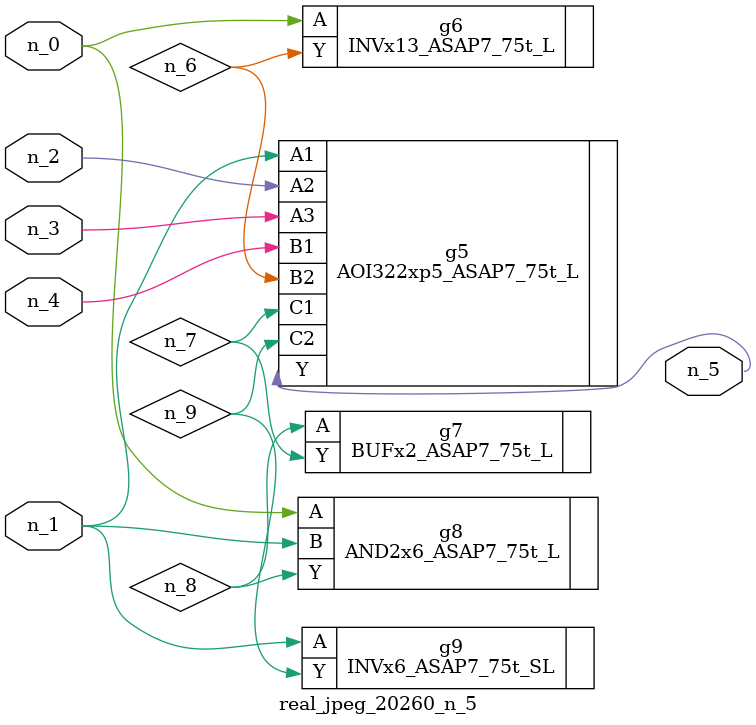
<source format=v>
module real_jpeg_20260_n_5 (n_4, n_0, n_1, n_2, n_3, n_5);

input n_4;
input n_0;
input n_1;
input n_2;
input n_3;

output n_5;

wire n_8;
wire n_6;
wire n_7;
wire n_9;

INVx13_ASAP7_75t_L g6 ( 
.A(n_0),
.Y(n_6)
);

AND2x6_ASAP7_75t_L g8 ( 
.A(n_0),
.B(n_1),
.Y(n_8)
);

AOI322xp5_ASAP7_75t_L g5 ( 
.A1(n_1),
.A2(n_2),
.A3(n_3),
.B1(n_4),
.B2(n_6),
.C1(n_7),
.C2(n_9),
.Y(n_5)
);

INVx6_ASAP7_75t_SL g9 ( 
.A(n_1),
.Y(n_9)
);

BUFx2_ASAP7_75t_L g7 ( 
.A(n_8),
.Y(n_7)
);


endmodule
</source>
